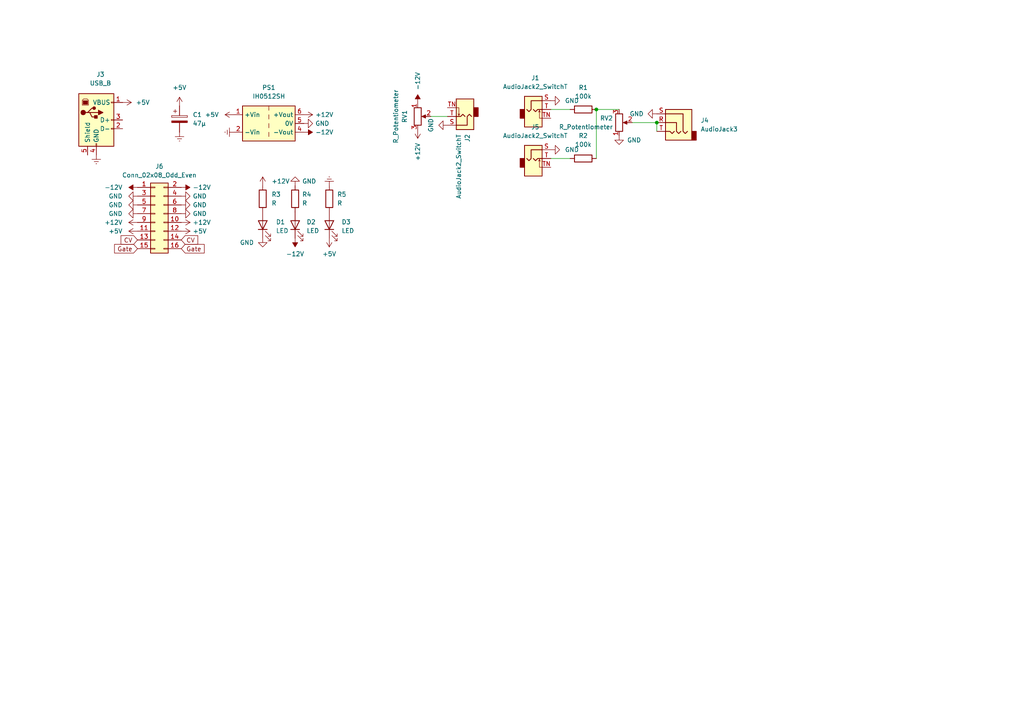
<source format=kicad_sch>
(kicad_sch (version 20210621) (generator eeschema)
  (paper "A4")
  (lib_symbols
    (symbol "Connector:AudioJack2_SwitchT"
      (property "Reference" "J" (at 0 8.89 0))
      (property "Value" "AudioJack2_SwitchT" (at 0 6.35 0))
      (symbol "AudioJack2_SwitchT_0_1"
        (rectangle (start -2.54 0) (end -3.81 -2.54) (stroke (width 0.254)) (fill (type outline)))
        (polyline (pts (xy 1.778 -0.254) (xy 2.032 -0.762)))
        (polyline (pts (xy 0 0) (xy 0.635 -0.635) (xy 1.27 0) (xy 2.54 0)) (stroke (width 0.254)))
        (polyline (pts (xy 2.54 -2.54) (xy 1.778 -2.54) (xy 1.778 -0.254) (xy 1.524 -0.762)))
        (polyline (pts (xy 2.54 2.54) (xy -0.635 2.54) (xy -0.635 0) (xy -1.27 -0.635) (xy -1.905 0)) (stroke (width 0.254)))
        (rectangle (start 2.54 3.81) (end -2.54 -5.08) (stroke (width 0.254)) (fill (type background)))
      )
      (symbol "AudioJack2_SwitchT_1_1"
        (pin passive line (at 5.08 2.54 180) (length 2.54) (name "~") (number "S"))
        (pin passive line (at 5.08 0 180) (length 2.54) (name "~") (number "T"))
        (pin passive line (at 5.08 -2.54 180) (length 2.54) (name "~") (number "TN"))
      )
    )
    (symbol "Connector:AudioJack3"
      (property "Reference" "J" (at 0 8.89 0))
      (property "Value" "AudioJack3" (at 0 6.35 0))
      (symbol "AudioJack3_0_1"
        (rectangle (start -5.08 -5.08) (end -6.35 -2.54) (stroke (width 0.254)) (fill (type outline)))
        (polyline (pts (xy 0 -2.54) (xy 0.635 -3.175) (xy 1.27 -2.54) (xy 2.54 -2.54)) (stroke (width 0.254)))
        (polyline (pts (xy -1.905 -2.54) (xy -1.27 -3.175) (xy -0.635 -2.54) (xy -0.635 0) (xy 2.54 0)) (stroke (width 0.254)))
        (polyline (pts (xy 2.54 2.54) (xy -2.54 2.54) (xy -2.54 -2.54) (xy -3.175 -3.175) (xy -3.81 -2.54)) (stroke (width 0.254)))
        (rectangle (start 2.54 3.81) (end -5.08 -5.08) (stroke (width 0.254)) (fill (type background)))
      )
      (symbol "AudioJack3_1_1"
        (pin passive line (at 5.08 0 180) (length 2.54) (name "~") (number "R"))
        (pin passive line (at 5.08 2.54 180) (length 2.54) (name "~") (number "S"))
        (pin passive line (at 5.08 -2.54 180) (length 2.54) (name "~") (number "T"))
      )
    )
    (symbol "Connector:USB_B" (pin_names (offset 1.016))
      (property "Reference" "J" (at -5.08 11.43 0))
      (property "Value" "USB_B" (at -5.08 8.89 0))
      (symbol "USB_B_0_1"
        (rectangle (start -5.08 -7.62) (end 5.08 7.62) (stroke (width 0.254)) (fill (type background)))
        (circle (center -3.81 2.159) (radius 0.635) (stroke (width 0.254)) (stroke (width 0.254)) (fill (type outline)))
        (rectangle (start -3.81 5.588) (end -2.54 4.572) (fill (type outline)))
        (circle (center -0.635 3.429) (radius 0.381) (stroke (width 0.254)) (stroke (width 0.254)) (fill (type outline)))
        (rectangle (start -0.127 -7.62) (end 0.127 -6.858))
        (polyline (pts (xy -1.905 2.159) (xy 0.635 2.159)) (stroke (width 0.254)))
        (polyline (pts (xy -3.175 2.159) (xy -2.54 2.159) (xy -1.27 3.429) (xy -0.635 3.429)) (stroke (width 0.254)))
        (polyline (pts (xy -2.54 2.159) (xy -1.905 2.159) (xy -1.27 0.889) (xy 0 0.889)) (stroke (width 0.254)))
        (polyline (pts (xy 0.635 2.794) (xy 0.635 1.524) (xy 1.905 2.159) (xy 0.635 2.794)) (stroke (width 0.254)) (fill (type outline)))
        (polyline (pts (xy -4.064 4.318) (xy -2.286 4.318) (xy -2.286 5.715) (xy -2.667 6.096) (xy -3.683 6.096) (xy -4.064 5.715) (xy -4.064 4.318)))
        (rectangle (start 0.254 1.27) (end -0.508 0.508) (stroke (width 0.254)) (fill (type outline)))
        (rectangle (start 5.08 -2.667) (end 4.318 -2.413))
        (rectangle (start 5.08 -0.127) (end 4.318 0.127))
        (rectangle (start 5.08 4.953) (end 4.318 5.207))
      )
      (symbol "USB_B_1_1"
        (pin power_out line (at 7.62 5.08 180) (length 2.54) (name "VBUS") (number "1"))
        (pin bidirectional line (at 7.62 -2.54 180) (length 2.54) (name "D-") (number "2"))
        (pin bidirectional line (at 7.62 0 180) (length 2.54) (name "D+") (number "3"))
        (pin power_out line (at 0 -10.16 90) (length 2.54) (name "GND") (number "4"))
        (pin passive line (at -2.54 -10.16 90) (length 2.54) (name "Shield") (number "5"))
      )
    )
    (symbol "Connector_Generic:Conn_02x08_Odd_Even" (pin_names (offset 1.016) hide)
      (property "Reference" "J" (at 1.27 10.16 0))
      (property "Value" "Conn_02x08_Odd_Even" (at 1.27 -12.7 0))
      (symbol "Conn_02x08_Odd_Even_1_1"
        (rectangle (start -1.27 -10.033) (end 0 -10.287) (stroke (width 0.1524)))
        (rectangle (start -1.27 -7.493) (end 0 -7.747) (stroke (width 0.1524)))
        (rectangle (start -1.27 -4.953) (end 0 -5.207) (stroke (width 0.1524)))
        (rectangle (start -1.27 -2.413) (end 0 -2.667) (stroke (width 0.1524)))
        (rectangle (start -1.27 0.127) (end 0 -0.127) (stroke (width 0.1524)))
        (rectangle (start -1.27 2.667) (end 0 2.413) (stroke (width 0.1524)))
        (rectangle (start -1.27 5.207) (end 0 4.953) (stroke (width 0.1524)))
        (rectangle (start -1.27 7.747) (end 0 7.493) (stroke (width 0.1524)))
        (rectangle (start -1.27 8.89) (end 3.81 -11.43) (stroke (width 0.254)) (fill (type background)))
        (rectangle (start 3.81 -10.033) (end 2.54 -10.287) (stroke (width 0.1524)))
        (rectangle (start 3.81 -7.493) (end 2.54 -7.747) (stroke (width 0.1524)))
        (rectangle (start 3.81 -4.953) (end 2.54 -5.207) (stroke (width 0.1524)))
        (rectangle (start 3.81 -2.413) (end 2.54 -2.667) (stroke (width 0.1524)))
        (rectangle (start 3.81 0.127) (end 2.54 -0.127) (stroke (width 0.1524)))
        (rectangle (start 3.81 2.667) (end 2.54 2.413) (stroke (width 0.1524)))
        (rectangle (start 3.81 5.207) (end 2.54 4.953) (stroke (width 0.1524)))
        (rectangle (start 3.81 7.747) (end 2.54 7.493) (stroke (width 0.1524)))
        (pin passive line (at -5.08 7.62 0) (length 3.81) (name "Pin_1") (number "1"))
        (pin passive line (at 7.62 -2.54 180) (length 3.81) (name "Pin_10") (number "10"))
        (pin passive line (at -5.08 -5.08 0) (length 3.81) (name "Pin_11") (number "11"))
        (pin passive line (at 7.62 -5.08 180) (length 3.81) (name "Pin_12") (number "12"))
        (pin passive line (at -5.08 -7.62 0) (length 3.81) (name "Pin_13") (number "13"))
        (pin passive line (at 7.62 -7.62 180) (length 3.81) (name "Pin_14") (number "14"))
        (pin passive line (at -5.08 -10.16 0) (length 3.81) (name "Pin_15") (number "15"))
        (pin passive line (at 7.62 -10.16 180) (length 3.81) (name "Pin_16") (number "16"))
        (pin passive line (at 7.62 7.62 180) (length 3.81) (name "Pin_2") (number "2"))
        (pin passive line (at -5.08 5.08 0) (length 3.81) (name "Pin_3") (number "3"))
        (pin passive line (at 7.62 5.08 180) (length 3.81) (name "Pin_4") (number "4"))
        (pin passive line (at -5.08 2.54 0) (length 3.81) (name "Pin_5") (number "5"))
        (pin passive line (at 7.62 2.54 180) (length 3.81) (name "Pin_6") (number "6"))
        (pin passive line (at -5.08 0 0) (length 3.81) (name "Pin_7") (number "7"))
        (pin passive line (at 7.62 0 180) (length 3.81) (name "Pin_8") (number "8"))
        (pin passive line (at -5.08 -2.54 0) (length 3.81) (name "Pin_9") (number "9"))
      )
    )
    (symbol "Converter_DCDC:IH0512SH"
      (property "Reference" "PS" (at -7.62 6.35 0))
      (property "Value" "IH0512SH" (at 1.27 6.35 0))
      (symbol "IH0512SH_0_0"
        (pin power_in line (at -10.16 2.54 0) (length 2.54) (name "+Vin") (number "1"))
        (pin power_in line (at -10.16 -2.54 0) (length 2.54) (name "-Vin") (number "2"))
        (pin power_out line (at 10.16 -2.54 180) (length 2.54) (name "-Vout") (number "4"))
        (pin power_out line (at 10.16 0 180) (length 2.54) (name "0V") (number "5"))
        (pin power_out line (at 10.16 2.54 180) (length 2.54) (name "+Vout") (number "6"))
      )
      (symbol "IH0512SH_0_1"
        (rectangle (start -7.62 5.08) (end 7.62 -5.08) (stroke (width 0.254)) (fill (type background)))
        (polyline (pts (xy 0 -2.54) (xy 0 -3.81)))
        (polyline (pts (xy 0 0) (xy 0 -1.27)))
        (polyline (pts (xy 0 2.54) (xy 0 1.27)))
        (polyline (pts (xy 0 5.08) (xy 0 3.81)))
      )
    )
    (symbol "Device:C_Polarized" (pin_numbers hide) (pin_names (offset 0.254))
      (property "Reference" "C" (at 0.635 2.54 0))
      (property "Value" "C_Polarized" (at 0.635 -2.54 0))
      (symbol "C_Polarized_0_1"
        (rectangle (start -2.286 0.508) (end 2.286 1.016))
        (polyline (pts (xy -1.778 2.286) (xy -0.762 2.286)))
        (polyline (pts (xy -1.27 2.794) (xy -1.27 1.778)))
        (rectangle (start 2.286 -0.508) (end -2.286 -1.016) (fill (type outline)))
      )
      (symbol "C_Polarized_1_1"
        (pin passive line (at 0 3.81 270) (length 2.794) (name "~") (number "1"))
        (pin passive line (at 0 -3.81 90) (length 2.794) (name "~") (number "2"))
      )
    )
    (symbol "Device:LED" (pin_numbers hide) (pin_names (offset 1.016) hide)
      (property "Reference" "D" (at 0 2.54 0))
      (property "Value" "LED" (at 0 -2.54 0))
      (symbol "LED_0_1"
        (polyline (pts (xy -1.27 -1.27) (xy -1.27 1.27)) (stroke (width 0.254)))
        (polyline (pts (xy -1.27 0) (xy 1.27 0)))
        (polyline (pts (xy 1.27 -1.27) (xy 1.27 1.27) (xy -1.27 0) (xy 1.27 -1.27)) (stroke (width 0.254)))
        (polyline (pts (xy -3.048 -0.762) (xy -4.572 -2.286) (xy -3.81 -2.286) (xy -4.572 -2.286) (xy -4.572 -1.524)))
        (polyline (pts (xy -1.778 -0.762) (xy -3.302 -2.286) (xy -2.54 -2.286) (xy -3.302 -2.286) (xy -3.302 -1.524)))
      )
      (symbol "LED_1_1"
        (pin passive line (at -3.81 0 0) (length 2.54) (name "K") (number "1"))
        (pin passive line (at 3.81 0 180) (length 2.54) (name "A") (number "2"))
      )
    )
    (symbol "Device:R" (pin_numbers hide) (pin_names (offset 0))
      (property "Reference" "R" (at 2.032 0 90))
      (property "Value" "R" (at 0 0 90))
      (symbol "R_0_1"
        (rectangle (start -1.016 -2.54) (end 1.016 2.54) (stroke (width 0.254)))
      )
      (symbol "R_1_1"
        (pin passive line (at 0 3.81 270) (length 1.27) (name "~") (number "1"))
        (pin passive line (at 0 -3.81 90) (length 1.27) (name "~") (number "2"))
      )
    )
    (symbol "Device:R_Potentiometer" (pin_names (offset 1.016) hide)
      (property "Reference" "RV" (at -4.445 0 90))
      (property "Value" "R_Potentiometer" (at -2.54 0 90))
      (symbol "R_Potentiometer_0_1"
        (polyline (pts (xy 2.54 0) (xy 1.524 0)))
        (polyline (pts (xy 1.143 0) (xy 2.286 0.508) (xy 2.286 -0.508) (xy 1.143 0)) (fill (type outline)))
        (rectangle (start 1.016 2.54) (end -1.016 -2.54) (stroke (width 0.254)))
      )
      (symbol "R_Potentiometer_1_1"
        (pin passive line (at 0 3.81 270) (length 1.27) (name "1") (number "1"))
        (pin passive line (at 3.81 0 180) (length 1.27) (name "2") (number "2"))
        (pin passive line (at 0 -3.81 90) (length 1.27) (name "3") (number "3"))
      )
    )
    (symbol "power:+12V" (power) (pin_names (offset 0))
      (property "Value" "+12V" (at 0 3.556 0))
      (symbol "+12V_0_1"
        (polyline (pts (xy -0.762 1.27) (xy 0 2.54)))
        (polyline (pts (xy 0 0) (xy 0 2.54)))
        (polyline (pts (xy 0 2.54) (xy 0.762 1.27)))
      )
      (symbol "+12V_1_1"
        (pin power_in line (at 0 0 90) (length 0) hide (name "+12V") (number "1"))
      )
    )
    (symbol "power:+5V" (power) (pin_names (offset 0))
      (property "Value" "+5V" (at 0 3.556 0))
      (symbol "+5V_0_1"
        (polyline (pts (xy -0.762 1.27) (xy 0 2.54)))
        (polyline (pts (xy 0 0) (xy 0 2.54)))
        (polyline (pts (xy 0 2.54) (xy 0.762 1.27)))
      )
      (symbol "+5V_1_1"
        (pin power_in line (at 0 0 90) (length 0) hide (name "+5V") (number "1"))
      )
    )
    (symbol "power:-12V" (power) (pin_names (offset 0))
      (property "Value" "-12V" (at 0 3.81 0))
      (symbol "-12V_0_0"
        (pin power_in line (at 0 0 90) (length 0) hide (name "-12V") (number "1"))
      )
      (symbol "-12V_0_1"
        (polyline (pts (xy 0 0) (xy 0 1.27) (xy 0.762 1.27) (xy 0 2.54) (xy -0.762 1.27) (xy 0 1.27)) (fill (type outline)))
      )
    )
    (symbol "power:Earth" (power) (pin_names (offset 0))
      (symbol "Earth_0_1"
        (polyline (pts (xy -0.635 -1.905) (xy 0.635 -1.905)))
        (polyline (pts (xy -0.127 -2.54) (xy 0.127 -2.54)))
        (polyline (pts (xy 0 -1.27) (xy 0 0)))
        (polyline (pts (xy 1.27 -1.27) (xy -1.27 -1.27)))
      )
      (symbol "Earth_1_1"
        (pin power_in line (at 0 0 270) (length 0) hide (name "Earth") (number "1"))
      )
    )
    (symbol "power:GND" (power) (pin_names (offset 0))
      (property "Value" "GND" (at 0 -3.81 0))
      (symbol "GND_0_1"
        (polyline (pts (xy 0 0) (xy 0 -1.27) (xy 1.27 -1.27) (xy 0 -2.54) (xy -1.27 -1.27) (xy 0 -1.27)))
      )
      (symbol "GND_1_1"
        (pin power_in line (at 0 0 270) (length 0) hide (name "GND") (number "1"))
      )
    )
  )
  (junction (at 172.974 31.75))
  (junction (at 190.5 35.56))
  (wire (pts (xy 129.794 33.782) (xy 124.968 33.782)))
  (wire (pts (xy 159.766 31.75) (xy 165.354 31.75)))
  (wire (pts (xy 159.766 45.974) (xy 165.354 45.974)))
  (wire (pts (xy 172.974 31.75) (xy 179.578 31.75)))
  (wire (pts (xy 172.974 45.974) (xy 172.974 31.75)))
  (wire (pts (xy 183.388 35.56) (xy 190.5 35.56)))
  (wire (pts (xy 190.5 35.56) (xy 190.5 38.1)))
  (global_label "CV" (shape input) (at 39.878 69.596 180) (property "Intersheet References" "${INTERSHEET_REFS}" (effects hide)))
  (global_label "Gate" (shape input) (at 39.878 72.136 180) (property "Intersheet References" "${INTERSHEET_REFS}" (effects hide)))
  (global_label "CV" (shape input) (at 52.578 69.596 0) (property "Intersheet References" "${INTERSHEET_REFS}" (effects hide)))
  (global_label "Gate" (shape input) (at 52.578 72.136 0) (property "Intersheet References" "${INTERSHEET_REFS}" (effects hide)))
  (symbol (lib_id "power:+5V") (at 35.56 29.718 270) (unit 1)
    (property "Reference" "#PWR02" (effects hide))
    (property "Value" "+5V" (at 39.37 29.7179 90) (effects (justify left)))
  )
  (symbol (lib_id "power:-12V") (at 39.878 54.356 90) (mirror x) (unit 1)
    (property "Reference" "#PWR020" (effects hide))
    (property "Value" "-12V" (at 35.56 54.3559 90) (effects (justify left)))
  )
  (symbol (lib_id "power:+12V") (at 39.878 64.516 90) (unit 1)
    (property "Reference" "#PWR028" (effects hide))
    (property "Value" "+12V" (at 35.56 64.5159 90) (effects (justify left)))
  )
  (symbol (lib_id "power:+5V") (at 39.878 67.056 90) (mirror x) (unit 1)
    (property "Reference" "#PWR030" (effects hide))
    (property "Value" "+5V" (at 35.56 67.0559 90) (effects (justify left)))
  )
  (symbol (lib_id "power:+5V") (at 52.07 30.734 0) (unit 1)
    (property "Reference" "#PWR04" (effects hide))
    (property "Value" "+5V" (at 52.07 25.4 0))
  )
  (symbol (lib_id "power:-12V") (at 52.578 54.356 270) (unit 1)
    (property "Reference" "#PWR021" (effects hide))
    (property "Value" "-12V" (at 55.88 54.3559 90) (effects (justify left)))
  )
  (symbol (lib_id "power:+12V") (at 52.578 64.516 270) (mirror x) (unit 1)
    (property "Reference" "#PWR029" (effects hide))
    (property "Value" "+12V" (at 55.88 64.5159 90) (effects (justify left)))
  )
  (symbol (lib_id "power:+5V") (at 52.578 67.056 270) (unit 1)
    (property "Reference" "#PWR031" (effects hide))
    (property "Value" "+5V" (at 55.88 67.0559 90) (effects (justify left)))
  )
  (symbol (lib_id "power:+5V") (at 67.818 33.274 90) (unit 1)
    (property "Reference" "#PWR06" (effects hide))
    (property "Value" "+5V" (at 63.5 33.2739 90) (effects (justify left)))
  )
  (symbol (lib_id "power:+12V") (at 76.2 53.848 0) (unit 1)
    (property "Reference" "#PWR017" (effects hide))
    (property "Value" "+12V" (at 78.74 52.5779 0) (effects (justify left)))
  )
  (symbol (lib_id "power:-12V") (at 85.598 69.088 180) (unit 1)
    (property "Reference" "#PWR033" (effects hide))
    (property "Value" "-12V" (at 85.598 73.66 0))
  )
  (symbol (lib_id "power:+12V") (at 88.138 33.274 270) (unit 1)
    (property "Reference" "#PWR07" (effects hide))
    (property "Value" "+12V" (at 91.44 33.2739 90) (effects (justify left)))
  )
  (symbol (lib_id "power:-12V") (at 88.138 38.354 270) (unit 1)
    (property "Reference" "#PWR013" (effects hide))
    (property "Value" "-12V" (at 91.44 38.3539 90) (effects (justify left)))
  )
  (symbol (lib_id "power:+5V") (at 95.504 69.088 180) (unit 1)
    (property "Reference" "#PWR034" (effects hide))
    (property "Value" "+5V" (at 95.504 73.66 0))
  )
  (symbol (lib_id "power:-12V") (at 121.158 29.972 0) (unit 1)
    (property "Reference" "#PWR03" (effects hide))
    (property "Value" "-12V" (at 121.1581 26.162 90) (effects (justify left)))
  )
  (symbol (lib_id "power:+12V") (at 121.158 37.592 180) (unit 1)
    (property "Reference" "#PWR010" (effects hide))
    (property "Value" "+12V" (at 121.1581 41.402 90) (effects (justify left)))
  )
  (symbol (lib_id "power:Earth") (at 27.94 44.958 0) (unit 1)
    (property "Reference" "#PWR016" (effects hide))
    (property "Value" "Earth" (effects hide))
  )
  (symbol (lib_id "power:GND") (at 39.878 56.896 270) (unit 1)
    (property "Reference" "#PWR022" (effects hide))
    (property "Value" "GND" (at 35.56 56.8959 90) (effects (justify right)))
  )
  (symbol (lib_id "power:GND") (at 39.878 59.436 270) (unit 1)
    (property "Reference" "#PWR024" (effects hide))
    (property "Value" "GND" (at 35.56 59.4359 90) (effects (justify right)))
  )
  (symbol (lib_id "power:GND") (at 39.878 61.976 270) (unit 1)
    (property "Reference" "#PWR026" (effects hide))
    (property "Value" "GND" (at 35.56 61.9759 90) (effects (justify right)))
  )
  (symbol (lib_id "power:Earth") (at 52.07 38.354 0) (unit 1)
    (property "Reference" "#PWR011" (effects hide))
    (property "Value" "Earth" (effects hide))
  )
  (symbol (lib_id "power:GND") (at 52.578 56.896 90) (unit 1)
    (property "Reference" "#PWR023" (effects hide))
    (property "Value" "GND" (at 55.88 56.8959 90) (effects (justify right)))
  )
  (symbol (lib_id "power:GND") (at 52.578 59.436 90) (unit 1)
    (property "Reference" "#PWR025" (effects hide))
    (property "Value" "GND" (at 55.88 59.4359 90) (effects (justify right)))
  )
  (symbol (lib_id "power:GND") (at 52.578 61.976 90) (unit 1)
    (property "Reference" "#PWR027" (effects hide))
    (property "Value" "GND" (at 55.88 61.9759 90) (effects (justify right)))
  )
  (symbol (lib_id "power:Earth") (at 67.818 38.354 270) (unit 1)
    (property "Reference" "#PWR012" (effects hide))
    (property "Value" "Earth" (effects hide))
  )
  (symbol (lib_id "power:GND") (at 76.2 69.088 0) (unit 1)
    (property "Reference" "#PWR032" (effects hide))
    (property "Value" "GND" (at 73.66 70.3578 0) (effects (justify right)))
  )
  (symbol (lib_id "power:GND") (at 85.598 53.848 180) (unit 1)
    (property "Reference" "#PWR018" (effects hide))
    (property "Value" "GND" (at 87.63 52.5779 0) (effects (justify right)))
  )
  (symbol (lib_id "power:GND") (at 88.138 35.814 90) (unit 1)
    (property "Reference" "#PWR08" (effects hide))
    (property "Value" "GND" (at 91.44 35.8139 90) (effects (justify right)))
  )
  (symbol (lib_id "power:Earth") (at 95.504 53.848 180) (unit 1)
    (property "Reference" "#PWR019" (effects hide))
    (property "Value" "Earth" (effects hide))
  )
  (symbol (lib_id "power:GND") (at 129.794 36.322 270) (unit 1)
    (property "Reference" "#PWR09" (effects hide))
    (property "Value" "GND" (at 124.968 36.322 0))
  )
  (symbol (lib_id "power:GND") (at 159.766 29.21 90) (unit 1)
    (property "Reference" "#PWR01" (effects hide))
    (property "Value" "GND" (at 163.83 29.2099 90) (effects (justify right)))
  )
  (symbol (lib_id "power:GND") (at 159.766 43.434 90) (unit 1)
    (property "Reference" "#PWR015" (effects hide))
    (property "Value" "GND" (at 163.83 43.4339 90) (effects (justify right)))
  )
  (symbol (lib_id "power:GND") (at 179.578 39.37 0) (unit 1)
    (property "Reference" "#PWR014" (effects hide))
    (property "Value" "GND" (at 181.864 40.6398 0) (effects (justify left)))
  )
  (symbol (lib_id "power:GND") (at 190.5 33.02 270) (unit 1)
    (property "Reference" "#PWR05" (effects hide))
    (property "Value" "GND" (at 186.69 33.0199 90) (effects (justify right)))
  )
  (symbol (lib_id "Device:R") (at 76.2 57.658 0) (unit 1)
    (property "Reference" "R3" (at 78.74 56.3879 0) (effects (justify left)))
    (property "Value" "R" (at 78.74 58.9279 0) (effects (justify left)))
    (property "Footprint" "Resistor_THT:R_Axial_DIN0207_L6.3mm_D2.5mm_P7.62mm_Horizontal" (effects hide))
  )
  (symbol (lib_id "Device:R") (at 85.598 57.658 0) (unit 1)
    (property "Reference" "R4" (at 87.63 56.3879 0) (effects (justify left)))
    (property "Value" "R" (at 87.63 58.9279 0) (effects (justify left)))
    (property "Footprint" "Resistor_THT:R_Axial_DIN0207_L6.3mm_D2.5mm_P7.62mm_Horizontal" (effects hide))
  )
  (symbol (lib_id "Device:R") (at 95.504 57.658 0) (unit 1)
    (property "Reference" "R5" (at 97.79 56.3879 0) (effects (justify left)))
    (property "Value" "R" (at 97.79 58.9279 0) (effects (justify left)))
    (property "Footprint" "Resistor_THT:R_Axial_DIN0207_L6.3mm_D2.5mm_P7.62mm_Horizontal" (effects hide))
  )
  (symbol (lib_id "Device:R") (at 169.164 31.75 90) (unit 1)
    (property "Reference" "R1" (at 169.164 25.4 90))
    (property "Value" "100k" (at 169.164 27.94 90))
    (property "Footprint" "Resistor_THT:R_Axial_DIN0207_L6.3mm_D2.5mm_P7.62mm_Horizontal" (effects hide))
  )
  (symbol (lib_id "Device:R") (at 169.164 45.974 90) (unit 1)
    (property "Reference" "R2" (at 169.164 39.37 90))
    (property "Value" "100k" (at 169.164 41.91 90))
    (property "Footprint" "Resistor_THT:R_Axial_DIN0207_L6.3mm_D2.5mm_P7.62mm_Horizontal" (effects hide))
  )
  (symbol (lib_id "Device:LED") (at 76.2 65.278 90) (unit 1)
    (property "Reference" "D1" (at 80.01 64.3888 90) (effects (justify right)))
    (property "Value" "LED" (at 80.01 66.9288 90) (effects (justify right)))
    (property "Footprint" "LED_THT:LED_D3.0mm" (effects hide))
  )
  (symbol (lib_id "Device:LED") (at 85.598 65.278 90) (unit 1)
    (property "Reference" "D2" (at 88.9 64.3888 90) (effects (justify right)))
    (property "Value" "LED" (at 88.9 66.9288 90) (effects (justify right)))
    (property "Footprint" "LED_THT:LED_D3.0mm" (effects hide))
  )
  (symbol (lib_id "Device:LED") (at 95.504 65.278 90) (unit 1)
    (property "Reference" "D3" (at 99.06 64.3888 90) (effects (justify right)))
    (property "Value" "LED" (at 99.06 66.9288 90) (effects (justify right)))
    (property "Footprint" "LED_THT:LED_D3.0mm" (effects hide))
  )
  (symbol (lib_id "Device:C_Polarized") (at 52.07 34.544 0) (unit 1)
    (property "Reference" "C1" (at 55.88 33.2739 0) (effects (justify left)))
    (property "Value" "47μ" (at 55.88 35.8139 0) (effects (justify left)))
    (property "Footprint" "Capacitor_THT:CP_Radial_D5.0mm_P2.50mm" (effects hide))
  )
  (symbol (lib_id "Device:R_Potentiometer") (at 121.158 33.782 0) (unit 1)
    (property "Reference" "RV1" (at 117.348 33.782 90))
    (property "Value" "R_Potentiometer" (at 114.808 33.782 90))
    (property "Footprint" "Potentiometer_THT:Potentiometer_Alpha_RD901F-40-00D_Single_Vertical" (effects hide))
  )
  (symbol (lib_id "Device:R_Potentiometer") (at 179.578 35.56 0) (mirror x) (unit 1)
    (property "Reference" "RV2" (at 177.8 34.2899 0) (effects (justify right)))
    (property "Value" "R_Potentiometer" (at 177.8 36.8299 0) (effects (justify right)))
    (property "Footprint" "Potentiometer_THT:Potentiometer_Alpha_RD901F-40-00D_Single_Vertical" (effects hide))
  )
  (symbol (lib_id "Connector:AudioJack2_SwitchT") (at 134.874 33.782 180) (unit 1)
    (property "Reference" "J2" (at 135.5726 38.862 90) (effects (justify left)))
    (property "Value" "AudioJack2_SwitchT" (at 133.0326 38.862 90) (effects (justify left)))
    (property "Footprint" "AudioJacks:Jack_3.5mm_QingPu_WQP-PJ398SM_Vertical" (effects hide))
  )
  (symbol (lib_id "Connector:AudioJack2_SwitchT") (at 154.686 31.75 0) (unit 1)
    (property "Reference" "J1" (at 155.2575 22.606 0))
    (property "Value" "AudioJack2_SwitchT" (at 155.2575 25.146 0))
    (property "Footprint" "AudioJacks:Jack_3.5mm_QingPu_WQP-PJ398SM_Vertical" (effects hide))
  )
  (symbol (lib_id "Connector:AudioJack2_SwitchT") (at 154.686 45.974 0) (unit 1)
    (property "Reference" "J5" (at 155.2575 36.83 0))
    (property "Value" "AudioJack2_SwitchT" (at 155.2575 39.37 0))
    (property "Footprint" "AudioJacks:Jack_3.5mm_QingPu_WQP-PJ398SM_Vertical" (effects hide))
  )
  (symbol (lib_id "Connector:AudioJack3") (at 195.58 35.56 0) (mirror y) (unit 1)
    (property "Reference" "J4" (at 203.2 34.9249 0) (effects (justify right)))
    (property "Value" "AudioJack3" (at 203.2 37.4649 0) (effects (justify right)))
    (property "Footprint" "AudioJacks:Jack_3.5mm_QingPu_WQP-PJ366ST_Vertical" (effects hide))
  )
  (symbol (lib_id "Converter_DCDC:IH0512SH") (at 77.978 35.814 0) (unit 1)
    (property "Reference" "PS1" (at 77.978 25.4 0))
    (property "Value" "IH0512SH" (at 77.978 27.94 0))
    (property "Footprint" "Converter_DCDC:Converter_DCDC_XP_POWER-IHxxxxSH_THT" (effects hide))
    (property "Datasheet" "https://www.xppower.com/pdfs/SF_IH.pdf" (effects hide))
  )
  (symbol (lib_id "Connector:USB_B") (at 27.94 34.798 0) (unit 1)
    (property "Reference" "J3" (at 29.1465 21.59 0))
    (property "Value" "USB_B" (at 29.1465 24.13 0))
    (property "Footprint" "Connector_USB:USB_B_Lumberg_2411_02_Horizontal" (effects hide))
    (property "Datasheet" " ~" (effects hide))
  )
  (symbol (lib_id "Connector_Generic:Conn_02x08_Odd_Even") (at 44.958 61.976 0) (unit 1)
    (property "Reference" "J6" (at 46.228 48.26 0))
    (property "Value" "Conn_02x08_Odd_Even" (at 46.228 50.8 0))
    (property "Footprint" "Connector_PinHeader_2.54mm:PinHeader_2x08_P2.54mm_Vertical" (effects hide))
  )
)
</source>
